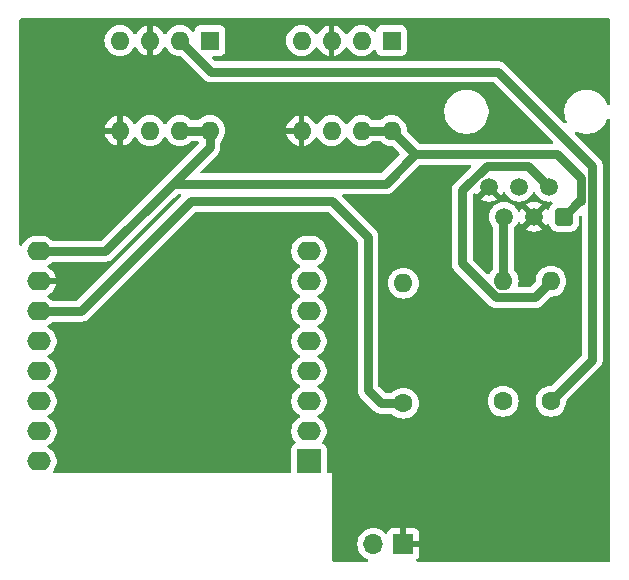
<source format=gbl>
G04 #@! TF.GenerationSoftware,KiCad,Pcbnew,8.0.5*
G04 #@! TF.CreationDate,2025-01-11T16:28:32+01:00*
G04 #@! TF.ProjectId,P1_Extender,50315f45-7874-4656-9e64-65722e6b6963,rev?*
G04 #@! TF.SameCoordinates,Original*
G04 #@! TF.FileFunction,Copper,L2,Bot*
G04 #@! TF.FilePolarity,Positive*
%FSLAX46Y46*%
G04 Gerber Fmt 4.6, Leading zero omitted, Abs format (unit mm)*
G04 Created by KiCad (PCBNEW 8.0.5) date 2025-01-11 16:28:32*
%MOMM*%
%LPD*%
G01*
G04 APERTURE LIST*
G04 Aperture macros list*
%AMRoundRect*
0 Rectangle with rounded corners*
0 $1 Rounding radius*
0 $2 $3 $4 $5 $6 $7 $8 $9 X,Y pos of 4 corners*
0 Add a 4 corners polygon primitive as box body*
4,1,4,$2,$3,$4,$5,$6,$7,$8,$9,$2,$3,0*
0 Add four circle primitives for the rounded corners*
1,1,$1+$1,$2,$3*
1,1,$1+$1,$4,$5*
1,1,$1+$1,$6,$7*
1,1,$1+$1,$8,$9*
0 Add four rect primitives between the rounded corners*
20,1,$1+$1,$2,$3,$4,$5,0*
20,1,$1+$1,$4,$5,$6,$7,0*
20,1,$1+$1,$6,$7,$8,$9,0*
20,1,$1+$1,$8,$9,$2,$3,0*%
G04 Aperture macros list end*
G04 #@! TA.AperFunction,ComponentPad*
%ADD10C,1.600000*%
G04 #@! TD*
G04 #@! TA.AperFunction,ComponentPad*
%ADD11O,1.600000X1.600000*%
G04 #@! TD*
G04 #@! TA.AperFunction,ComponentPad*
%ADD12R,1.600000X1.600000*%
G04 #@! TD*
G04 #@! TA.AperFunction,ComponentPad*
%ADD13R,2.000000X2.000000*%
G04 #@! TD*
G04 #@! TA.AperFunction,ComponentPad*
%ADD14O,2.000000X1.600000*%
G04 #@! TD*
G04 #@! TA.AperFunction,ComponentPad*
%ADD15RoundRect,0.250000X0.510000X0.510000X-0.510000X0.510000X-0.510000X-0.510000X0.510000X-0.510000X0*%
G04 #@! TD*
G04 #@! TA.AperFunction,ComponentPad*
%ADD16C,1.520000*%
G04 #@! TD*
G04 #@! TA.AperFunction,ComponentPad*
%ADD17R,1.700000X1.700000*%
G04 #@! TD*
G04 #@! TA.AperFunction,ComponentPad*
%ADD18O,1.700000X1.700000*%
G04 #@! TD*
G04 #@! TA.AperFunction,Conductor*
%ADD19C,0.762000*%
G04 #@! TD*
G04 APERTURE END LIST*
D10*
X147000000Y-105080000D03*
D11*
X147000000Y-94920000D03*
D10*
X159500000Y-104910000D03*
D11*
X159500000Y-94750000D03*
D12*
X146000000Y-74380000D03*
D11*
X143460000Y-74380000D03*
X140920000Y-74380000D03*
X138380000Y-74380000D03*
X138380000Y-82000000D03*
X140920000Y-82000000D03*
X143460000Y-82000000D03*
X146000000Y-82000000D03*
D10*
X155450000Y-104910000D03*
D11*
X155450000Y-94750000D03*
D13*
X139000000Y-110000000D03*
D14*
X139000000Y-107460000D03*
X139000000Y-104920000D03*
X139000000Y-102380000D03*
X139000000Y-99840000D03*
X139000000Y-97300000D03*
X139000000Y-94760000D03*
X139000000Y-92220000D03*
X116140000Y-92220000D03*
X116140000Y-94760000D03*
X116140000Y-97300000D03*
X116140000Y-99840000D03*
X116140000Y-102380000D03*
X116140000Y-104920000D03*
X116140000Y-107460000D03*
X116140000Y-110000000D03*
D12*
X130620000Y-74380000D03*
D11*
X128080000Y-74380000D03*
X125540000Y-74380000D03*
X123000000Y-74380000D03*
X123000000Y-82000000D03*
X125540000Y-82000000D03*
X128080000Y-82000000D03*
X130620000Y-82000000D03*
D15*
X160600000Y-89290000D03*
D16*
X159330000Y-86750000D03*
X158060000Y-89290000D03*
X156790000Y-86750000D03*
X155520000Y-89290000D03*
X154250000Y-86750000D03*
D17*
X147000000Y-117000000D03*
D18*
X144460000Y-117000000D03*
D19*
X152000000Y-93253029D02*
X152000000Y-87065539D01*
X159500000Y-94750000D02*
X158119000Y-96131000D01*
X154065539Y-85000000D02*
X157580000Y-85000000D01*
X154877971Y-96131000D02*
X152000000Y-93253029D01*
X158119000Y-96131000D02*
X154877971Y-96131000D01*
X152000000Y-87065539D02*
X154065539Y-85000000D01*
X157580000Y-85000000D02*
X159330000Y-86750000D01*
X155450000Y-94750000D02*
X155450000Y-89360000D01*
X155450000Y-89360000D02*
X155520000Y-89290000D01*
X143460000Y-82000000D02*
X146000000Y-82000000D01*
X130620000Y-83380000D02*
X130620000Y-82000000D01*
X146000000Y-82000000D02*
X148000000Y-84000000D01*
X116140000Y-92220000D02*
X121780000Y-92220000D01*
X130620000Y-82000000D02*
X128080000Y-82000000D01*
X145500000Y-86500000D02*
X148000000Y-84000000D01*
X162000000Y-86000000D02*
X162000000Y-88000000D01*
X148000000Y-84000000D02*
X160000000Y-84000000D01*
X121780000Y-92220000D02*
X127000000Y-87000000D01*
X162000000Y-88000000D02*
X161890000Y-88000000D01*
X127500000Y-86500000D02*
X145500000Y-86500000D01*
X127000000Y-87000000D02*
X127500000Y-86500000D01*
X161890000Y-88000000D02*
X160600000Y-89290000D01*
X127000000Y-87000000D02*
X130620000Y-83380000D01*
X160000000Y-84000000D02*
X162000000Y-86000000D01*
X119700000Y-97300000D02*
X129000000Y-88000000D01*
X129000000Y-88000000D02*
X141000000Y-88000000D01*
X145080000Y-105080000D02*
X147000000Y-105080000D01*
X144000000Y-104000000D02*
X145080000Y-105080000D01*
X116140000Y-97300000D02*
X119700000Y-97300000D01*
X141000000Y-88000000D02*
X144000000Y-91000000D01*
X144000000Y-91000000D02*
X144000000Y-104000000D01*
X163000000Y-85000000D02*
X163000000Y-101410000D01*
X155000000Y-77000000D02*
X163000000Y-85000000D01*
X130700000Y-77000000D02*
X155000000Y-77000000D01*
X128080000Y-74380000D02*
X130700000Y-77000000D01*
X163000000Y-101410000D02*
X159500000Y-104910000D01*
G04 #@! TA.AperFunction,Conductor*
G36*
X164438773Y-80990446D02*
G01*
X164486384Y-81041583D01*
X164499500Y-81097088D01*
X164499500Y-118375500D01*
X164479815Y-118442539D01*
X164427011Y-118488294D01*
X164375500Y-118499500D01*
X148189269Y-118499500D01*
X148122230Y-118479815D01*
X148076475Y-118427011D01*
X148066531Y-118357853D01*
X148095556Y-118294297D01*
X148114958Y-118276234D01*
X148207187Y-118207190D01*
X148207190Y-118207187D01*
X148293350Y-118092093D01*
X148293354Y-118092086D01*
X148343596Y-117957379D01*
X148343598Y-117957372D01*
X148349999Y-117897844D01*
X148350000Y-117897827D01*
X148350000Y-117250000D01*
X147433012Y-117250000D01*
X147465925Y-117192993D01*
X147500000Y-117065826D01*
X147500000Y-116934174D01*
X147465925Y-116807007D01*
X147433012Y-116750000D01*
X148350000Y-116750000D01*
X148350000Y-116102172D01*
X148349999Y-116102155D01*
X148343598Y-116042627D01*
X148343596Y-116042620D01*
X148293354Y-115907913D01*
X148293350Y-115907906D01*
X148207190Y-115792812D01*
X148207187Y-115792809D01*
X148092093Y-115706649D01*
X148092086Y-115706645D01*
X147957379Y-115656403D01*
X147957372Y-115656401D01*
X147897844Y-115650000D01*
X147250000Y-115650000D01*
X147250000Y-116566988D01*
X147192993Y-116534075D01*
X147065826Y-116500000D01*
X146934174Y-116500000D01*
X146807007Y-116534075D01*
X146750000Y-116566988D01*
X146750000Y-115650000D01*
X146102155Y-115650000D01*
X146042627Y-115656401D01*
X146042620Y-115656403D01*
X145907913Y-115706645D01*
X145907906Y-115706649D01*
X145792812Y-115792809D01*
X145792809Y-115792812D01*
X145706649Y-115907906D01*
X145706645Y-115907913D01*
X145657578Y-116039470D01*
X145615707Y-116095404D01*
X145550242Y-116119821D01*
X145481969Y-116104969D01*
X145453715Y-116083819D01*
X145409366Y-116039470D01*
X145331401Y-115961505D01*
X145331397Y-115961502D01*
X145331396Y-115961501D01*
X145137834Y-115825967D01*
X145137830Y-115825965D01*
X145066727Y-115792809D01*
X144923663Y-115726097D01*
X144923659Y-115726096D01*
X144923655Y-115726094D01*
X144695413Y-115664938D01*
X144695403Y-115664936D01*
X144460001Y-115644341D01*
X144459999Y-115644341D01*
X144224596Y-115664936D01*
X144224586Y-115664938D01*
X143996344Y-115726094D01*
X143996335Y-115726098D01*
X143782171Y-115825964D01*
X143782169Y-115825965D01*
X143588597Y-115961505D01*
X143421505Y-116128597D01*
X143285965Y-116322169D01*
X143285964Y-116322171D01*
X143186098Y-116536335D01*
X143186094Y-116536344D01*
X143124938Y-116764586D01*
X143124936Y-116764596D01*
X143104341Y-116999999D01*
X143104341Y-117000000D01*
X143124936Y-117235403D01*
X143124938Y-117235413D01*
X143186094Y-117463655D01*
X143186096Y-117463659D01*
X143186097Y-117463663D01*
X143285965Y-117677830D01*
X143285967Y-117677834D01*
X143394281Y-117832521D01*
X143421505Y-117871401D01*
X143588599Y-118038495D01*
X143665135Y-118092086D01*
X143782165Y-118174032D01*
X143782167Y-118174033D01*
X143782170Y-118174035D01*
X143973209Y-118263118D01*
X144025648Y-118309290D01*
X144044800Y-118376484D01*
X144024584Y-118443365D01*
X143971419Y-118488700D01*
X143920804Y-118499500D01*
X141124000Y-118499500D01*
X141056961Y-118479815D01*
X141011206Y-118427011D01*
X141000000Y-118375500D01*
X141000000Y-111000000D01*
X140624500Y-111000000D01*
X140557461Y-110980315D01*
X140511706Y-110927511D01*
X140500500Y-110876000D01*
X140500499Y-108952129D01*
X140500498Y-108952123D01*
X140500497Y-108952116D01*
X140494091Y-108892517D01*
X140492299Y-108887713D01*
X140443797Y-108757671D01*
X140443793Y-108757664D01*
X140357547Y-108642455D01*
X140357544Y-108642452D01*
X140242335Y-108556206D01*
X140242330Y-108556203D01*
X140205083Y-108542311D01*
X140149150Y-108500439D01*
X140124733Y-108434975D01*
X140139585Y-108366702D01*
X140160731Y-108338453D01*
X140191966Y-108307219D01*
X140312287Y-108141610D01*
X140405220Y-107959219D01*
X140468477Y-107764534D01*
X140500500Y-107562352D01*
X140500500Y-107357648D01*
X140468477Y-107155466D01*
X140405220Y-106960781D01*
X140405218Y-106960778D01*
X140405218Y-106960776D01*
X140371503Y-106894607D01*
X140312287Y-106778390D01*
X140304556Y-106767749D01*
X140191971Y-106612786D01*
X140047213Y-106468028D01*
X139881614Y-106347715D01*
X139875006Y-106344348D01*
X139788917Y-106300483D01*
X139738123Y-106252511D01*
X139721328Y-106184690D01*
X139743865Y-106118555D01*
X139788917Y-106079516D01*
X139881610Y-106032287D01*
X139929052Y-105997819D01*
X140047213Y-105911971D01*
X140047215Y-105911968D01*
X140047219Y-105911966D01*
X140191966Y-105767219D01*
X140191968Y-105767215D01*
X140191971Y-105767213D01*
X140282998Y-105641923D01*
X140312287Y-105601610D01*
X140405220Y-105419219D01*
X140468477Y-105224534D01*
X140500500Y-105022352D01*
X140500500Y-104817648D01*
X140468477Y-104615466D01*
X140405220Y-104420781D01*
X140405218Y-104420778D01*
X140405218Y-104420776D01*
X140321905Y-104257267D01*
X140312287Y-104238390D01*
X140304556Y-104227749D01*
X140191971Y-104072786D01*
X140047213Y-103928028D01*
X139881614Y-103807715D01*
X139826105Y-103779432D01*
X139788917Y-103760483D01*
X139738123Y-103712511D01*
X139721328Y-103644690D01*
X139743865Y-103578555D01*
X139788917Y-103539516D01*
X139881610Y-103492287D01*
X139902770Y-103476913D01*
X140047213Y-103371971D01*
X140047215Y-103371968D01*
X140047219Y-103371966D01*
X140191966Y-103227219D01*
X140191968Y-103227215D01*
X140191971Y-103227213D01*
X140244732Y-103154590D01*
X140312287Y-103061610D01*
X140405220Y-102879219D01*
X140468477Y-102684534D01*
X140500500Y-102482352D01*
X140500500Y-102277648D01*
X140468477Y-102075466D01*
X140405220Y-101880781D01*
X140405218Y-101880778D01*
X140405218Y-101880776D01*
X140371503Y-101814607D01*
X140312287Y-101698390D01*
X140289567Y-101667118D01*
X140191971Y-101532786D01*
X140047213Y-101388028D01*
X139881614Y-101267715D01*
X139875006Y-101264348D01*
X139788917Y-101220483D01*
X139738123Y-101172511D01*
X139721328Y-101104690D01*
X139743865Y-101038555D01*
X139788917Y-100999516D01*
X139881610Y-100952287D01*
X139902770Y-100936913D01*
X140047213Y-100831971D01*
X140047215Y-100831968D01*
X140047219Y-100831966D01*
X140191966Y-100687219D01*
X140191968Y-100687215D01*
X140191971Y-100687213D01*
X140244732Y-100614590D01*
X140312287Y-100521610D01*
X140405220Y-100339219D01*
X140468477Y-100144534D01*
X140500500Y-99942352D01*
X140500500Y-99737648D01*
X140468477Y-99535466D01*
X140405220Y-99340781D01*
X140405218Y-99340778D01*
X140405218Y-99340776D01*
X140371503Y-99274607D01*
X140312287Y-99158390D01*
X140304556Y-99147749D01*
X140191971Y-98992786D01*
X140047213Y-98848028D01*
X139881614Y-98727715D01*
X139875006Y-98724348D01*
X139788917Y-98680483D01*
X139738123Y-98632511D01*
X139721328Y-98564690D01*
X139743865Y-98498555D01*
X139788917Y-98459516D01*
X139881610Y-98412287D01*
X139902770Y-98396913D01*
X140047213Y-98291971D01*
X140047215Y-98291968D01*
X140047219Y-98291966D01*
X140191966Y-98147219D01*
X140191968Y-98147215D01*
X140191971Y-98147213D01*
X140244732Y-98074590D01*
X140312287Y-97981610D01*
X140405220Y-97799219D01*
X140468477Y-97604534D01*
X140500500Y-97402352D01*
X140500500Y-97197648D01*
X140468477Y-96995466D01*
X140463005Y-96978626D01*
X140427051Y-96867969D01*
X140405220Y-96800781D01*
X140405218Y-96800778D01*
X140405218Y-96800776D01*
X140371503Y-96734607D01*
X140312287Y-96618390D01*
X140304556Y-96607749D01*
X140191971Y-96452786D01*
X140047213Y-96308028D01*
X139881614Y-96187715D01*
X139875006Y-96184348D01*
X139788917Y-96140483D01*
X139738123Y-96092511D01*
X139721328Y-96024690D01*
X139743865Y-95958555D01*
X139788917Y-95919516D01*
X139881610Y-95872287D01*
X139902770Y-95856913D01*
X140047213Y-95751971D01*
X140047215Y-95751968D01*
X140047219Y-95751966D01*
X140191966Y-95607219D01*
X140191968Y-95607215D01*
X140191971Y-95607213D01*
X140244732Y-95534590D01*
X140312287Y-95441610D01*
X140405220Y-95259219D01*
X140468477Y-95064534D01*
X140500500Y-94862352D01*
X140500500Y-94657648D01*
X140478889Y-94521206D01*
X140468477Y-94455465D01*
X140419104Y-94303511D01*
X140405220Y-94260781D01*
X140405218Y-94260778D01*
X140405218Y-94260776D01*
X140346286Y-94145117D01*
X140312287Y-94078390D01*
X140304556Y-94067749D01*
X140191971Y-93912786D01*
X140047213Y-93768028D01*
X139881614Y-93647715D01*
X139826105Y-93619432D01*
X139788917Y-93600483D01*
X139738123Y-93552511D01*
X139721328Y-93484690D01*
X139743865Y-93418555D01*
X139788917Y-93379516D01*
X139881610Y-93332287D01*
X139902770Y-93316913D01*
X140047213Y-93211971D01*
X140047215Y-93211968D01*
X140047219Y-93211966D01*
X140191966Y-93067219D01*
X140191968Y-93067215D01*
X140191971Y-93067213D01*
X140295861Y-92924218D01*
X140312287Y-92901610D01*
X140405220Y-92719219D01*
X140468477Y-92524534D01*
X140500500Y-92322352D01*
X140500500Y-92117648D01*
X140468477Y-91915466D01*
X140405220Y-91720781D01*
X140405218Y-91720778D01*
X140405218Y-91720776D01*
X140371503Y-91654607D01*
X140312287Y-91538390D01*
X140304556Y-91527749D01*
X140191971Y-91372786D01*
X140047213Y-91228028D01*
X139881613Y-91107715D01*
X139881612Y-91107714D01*
X139881610Y-91107713D01*
X139824653Y-91078691D01*
X139699223Y-91014781D01*
X139504534Y-90951522D01*
X139329995Y-90923878D01*
X139302352Y-90919500D01*
X138697648Y-90919500D01*
X138673329Y-90923351D01*
X138495465Y-90951522D01*
X138300776Y-91014781D01*
X138118386Y-91107715D01*
X137952786Y-91228028D01*
X137808028Y-91372786D01*
X137687715Y-91538386D01*
X137594781Y-91720776D01*
X137531522Y-91915465D01*
X137499500Y-92117648D01*
X137499500Y-92322351D01*
X137531522Y-92524534D01*
X137594781Y-92719223D01*
X137687715Y-92901613D01*
X137808028Y-93067213D01*
X137952786Y-93211971D01*
X138107749Y-93324556D01*
X138118390Y-93332287D01*
X138209840Y-93378883D01*
X138211080Y-93379515D01*
X138261876Y-93427490D01*
X138278671Y-93495311D01*
X138256134Y-93561446D01*
X138211080Y-93600485D01*
X138118386Y-93647715D01*
X137952786Y-93768028D01*
X137808028Y-93912786D01*
X137687715Y-94078386D01*
X137594781Y-94260776D01*
X137531522Y-94455465D01*
X137499500Y-94657648D01*
X137499500Y-94862351D01*
X137531522Y-95064534D01*
X137594781Y-95259223D01*
X137687715Y-95441613D01*
X137808028Y-95607213D01*
X137952786Y-95751971D01*
X138107749Y-95864556D01*
X138118390Y-95872287D01*
X138209840Y-95918883D01*
X138211080Y-95919515D01*
X138261876Y-95967490D01*
X138278671Y-96035311D01*
X138256134Y-96101446D01*
X138211080Y-96140485D01*
X138118386Y-96187715D01*
X137952786Y-96308028D01*
X137808028Y-96452786D01*
X137687715Y-96618386D01*
X137594781Y-96800776D01*
X137531522Y-96995465D01*
X137499500Y-97197648D01*
X137499500Y-97402351D01*
X137531522Y-97604534D01*
X137594781Y-97799223D01*
X137687715Y-97981613D01*
X137808028Y-98147213D01*
X137952786Y-98291971D01*
X138107749Y-98404556D01*
X138118390Y-98412287D01*
X138209840Y-98458883D01*
X138211080Y-98459515D01*
X138261876Y-98507490D01*
X138278671Y-98575311D01*
X138256134Y-98641446D01*
X138211080Y-98680485D01*
X138118386Y-98727715D01*
X137952786Y-98848028D01*
X137808028Y-98992786D01*
X137687715Y-99158386D01*
X137594781Y-99340776D01*
X137531522Y-99535465D01*
X137499500Y-99737648D01*
X137499500Y-99942351D01*
X137531522Y-100144534D01*
X137594781Y-100339223D01*
X137687715Y-100521613D01*
X137808028Y-100687213D01*
X137952786Y-100831971D01*
X138107749Y-100944556D01*
X138118390Y-100952287D01*
X138199289Y-100993507D01*
X138211080Y-100999515D01*
X138261876Y-101047490D01*
X138278671Y-101115311D01*
X138256134Y-101181446D01*
X138211080Y-101220485D01*
X138118386Y-101267715D01*
X137952786Y-101388028D01*
X137808028Y-101532786D01*
X137687715Y-101698386D01*
X137594781Y-101880776D01*
X137531522Y-102075465D01*
X137499500Y-102277648D01*
X137499500Y-102482351D01*
X137531522Y-102684534D01*
X137594781Y-102879223D01*
X137687715Y-103061613D01*
X137808028Y-103227213D01*
X137952786Y-103371971D01*
X138107749Y-103484556D01*
X138118390Y-103492287D01*
X138209840Y-103538883D01*
X138211080Y-103539515D01*
X138261876Y-103587490D01*
X138278671Y-103655311D01*
X138256134Y-103721446D01*
X138211080Y-103760485D01*
X138118386Y-103807715D01*
X137952786Y-103928028D01*
X137808028Y-104072786D01*
X137687715Y-104238386D01*
X137594781Y-104420776D01*
X137531522Y-104615465D01*
X137499500Y-104817648D01*
X137499500Y-105022351D01*
X137531522Y-105224534D01*
X137594781Y-105419223D01*
X137687715Y-105601613D01*
X137808028Y-105767213D01*
X137952786Y-105911971D01*
X138070948Y-105997819D01*
X138118390Y-106032287D01*
X138209840Y-106078883D01*
X138211080Y-106079515D01*
X138261876Y-106127490D01*
X138278671Y-106195311D01*
X138256134Y-106261446D01*
X138211080Y-106300485D01*
X138118386Y-106347715D01*
X137952786Y-106468028D01*
X137808028Y-106612786D01*
X137687715Y-106778386D01*
X137594781Y-106960776D01*
X137531522Y-107155465D01*
X137499500Y-107357648D01*
X137499500Y-107562351D01*
X137531522Y-107764534D01*
X137594781Y-107959223D01*
X137687715Y-108141613D01*
X137808028Y-108307213D01*
X137839263Y-108338448D01*
X137872748Y-108399771D01*
X137867764Y-108469463D01*
X137825892Y-108525396D01*
X137794917Y-108542310D01*
X137757673Y-108556201D01*
X137757664Y-108556206D01*
X137642455Y-108642452D01*
X137642452Y-108642455D01*
X137556206Y-108757664D01*
X137556202Y-108757671D01*
X137505908Y-108892517D01*
X137499501Y-108952116D01*
X137499501Y-108952123D01*
X137499500Y-108952135D01*
X137499501Y-110876000D01*
X137479816Y-110943039D01*
X137427013Y-110988794D01*
X137375501Y-111000000D01*
X117464328Y-111000000D01*
X117397289Y-110980315D01*
X117351534Y-110927511D01*
X117341590Y-110858353D01*
X117364010Y-110803115D01*
X117408397Y-110742019D01*
X117452287Y-110681610D01*
X117545220Y-110499219D01*
X117608477Y-110304534D01*
X117640500Y-110102352D01*
X117640500Y-109897648D01*
X117608477Y-109695466D01*
X117545220Y-109500781D01*
X117545218Y-109500778D01*
X117545218Y-109500776D01*
X117511503Y-109434607D01*
X117452287Y-109318390D01*
X117444556Y-109307749D01*
X117331971Y-109152786D01*
X117187213Y-109008028D01*
X117021614Y-108887715D01*
X117015006Y-108884348D01*
X116928917Y-108840483D01*
X116878123Y-108792511D01*
X116861328Y-108724690D01*
X116883865Y-108658555D01*
X116928917Y-108619516D01*
X117021610Y-108572287D01*
X117062870Y-108542310D01*
X117187213Y-108451971D01*
X117187215Y-108451968D01*
X117187219Y-108451966D01*
X117331966Y-108307219D01*
X117331968Y-108307215D01*
X117331971Y-108307213D01*
X117384732Y-108234590D01*
X117452287Y-108141610D01*
X117545220Y-107959219D01*
X117608477Y-107764534D01*
X117640500Y-107562352D01*
X117640500Y-107357648D01*
X117608477Y-107155466D01*
X117545220Y-106960781D01*
X117545218Y-106960778D01*
X117545218Y-106960776D01*
X117511503Y-106894607D01*
X117452287Y-106778390D01*
X117444556Y-106767749D01*
X117331971Y-106612786D01*
X117187213Y-106468028D01*
X117021614Y-106347715D01*
X117015006Y-106344348D01*
X116928917Y-106300483D01*
X116878123Y-106252511D01*
X116861328Y-106184690D01*
X116883865Y-106118555D01*
X116928917Y-106079516D01*
X117021610Y-106032287D01*
X117069052Y-105997819D01*
X117187213Y-105911971D01*
X117187215Y-105911968D01*
X117187219Y-105911966D01*
X117331966Y-105767219D01*
X117331968Y-105767215D01*
X117331971Y-105767213D01*
X117422998Y-105641923D01*
X117452287Y-105601610D01*
X117545220Y-105419219D01*
X117608477Y-105224534D01*
X117640500Y-105022352D01*
X117640500Y-104817648D01*
X117608477Y-104615466D01*
X117545220Y-104420781D01*
X117545218Y-104420778D01*
X117545218Y-104420776D01*
X117461905Y-104257267D01*
X117452287Y-104238390D01*
X117444556Y-104227749D01*
X117331971Y-104072786D01*
X117187213Y-103928028D01*
X117021614Y-103807715D01*
X116966105Y-103779432D01*
X116928917Y-103760483D01*
X116878123Y-103712511D01*
X116861328Y-103644690D01*
X116883865Y-103578555D01*
X116928917Y-103539516D01*
X117021610Y-103492287D01*
X117042770Y-103476913D01*
X117187213Y-103371971D01*
X117187215Y-103371968D01*
X117187219Y-103371966D01*
X117331966Y-103227219D01*
X117331968Y-103227215D01*
X117331971Y-103227213D01*
X117384732Y-103154590D01*
X117452287Y-103061610D01*
X117545220Y-102879219D01*
X117608477Y-102684534D01*
X117640500Y-102482352D01*
X117640500Y-102277648D01*
X117608477Y-102075466D01*
X117545220Y-101880781D01*
X117545218Y-101880778D01*
X117545218Y-101880776D01*
X117511503Y-101814607D01*
X117452287Y-101698390D01*
X117429567Y-101667118D01*
X117331971Y-101532786D01*
X117187213Y-101388028D01*
X117021614Y-101267715D01*
X117015006Y-101264348D01*
X116928917Y-101220483D01*
X116878123Y-101172511D01*
X116861328Y-101104690D01*
X116883865Y-101038555D01*
X116928917Y-100999516D01*
X117021610Y-100952287D01*
X117042770Y-100936913D01*
X117187213Y-100831971D01*
X117187215Y-100831968D01*
X117187219Y-100831966D01*
X117331966Y-100687219D01*
X117331968Y-100687215D01*
X117331971Y-100687213D01*
X117384732Y-100614590D01*
X117452287Y-100521610D01*
X117545220Y-100339219D01*
X117608477Y-100144534D01*
X117640500Y-99942352D01*
X117640500Y-99737648D01*
X117608477Y-99535466D01*
X117545220Y-99340781D01*
X117545218Y-99340778D01*
X117545218Y-99340776D01*
X117511503Y-99274607D01*
X117452287Y-99158390D01*
X117444556Y-99147749D01*
X117331971Y-98992786D01*
X117187213Y-98848028D01*
X117021614Y-98727715D01*
X117015006Y-98724348D01*
X116928917Y-98680483D01*
X116878123Y-98632511D01*
X116861328Y-98564690D01*
X116883865Y-98498555D01*
X116928917Y-98459516D01*
X117021610Y-98412287D01*
X117042770Y-98396913D01*
X117187213Y-98291971D01*
X117187215Y-98291968D01*
X117187219Y-98291966D01*
X117261366Y-98217819D01*
X117322689Y-98184334D01*
X117349047Y-98181500D01*
X119786823Y-98181500D01*
X119901393Y-98158709D01*
X119957124Y-98147624D01*
X120037335Y-98114399D01*
X120117543Y-98081177D01*
X120117544Y-98081176D01*
X120117547Y-98081175D01*
X120261924Y-97984706D01*
X129328811Y-88917819D01*
X129390134Y-88884334D01*
X129416492Y-88881500D01*
X140583508Y-88881500D01*
X140650547Y-88901185D01*
X140671189Y-88917819D01*
X143082181Y-91328810D01*
X143115666Y-91390133D01*
X143118500Y-91416491D01*
X143118500Y-103913179D01*
X143118500Y-104086821D01*
X143118500Y-104086823D01*
X143118499Y-104086823D01*
X143152374Y-104257118D01*
X143152377Y-104257128D01*
X143218822Y-104417543D01*
X143315295Y-104561926D01*
X143315296Y-104561927D01*
X144395294Y-105641923D01*
X144486103Y-105732732D01*
X144518078Y-105764707D01*
X144662448Y-105861172D01*
X144662449Y-105861172D01*
X144662453Y-105861175D01*
X144703104Y-105878013D01*
X144822876Y-105927625D01*
X144993175Y-105961499D01*
X144993179Y-105961500D01*
X144993180Y-105961500D01*
X145166821Y-105961500D01*
X145990952Y-105961500D01*
X146057991Y-105981185D01*
X146078628Y-105997814D01*
X146121381Y-106040567D01*
X146160862Y-106080048D01*
X146225375Y-106125220D01*
X146347266Y-106210568D01*
X146553504Y-106306739D01*
X146773308Y-106365635D01*
X146935230Y-106379801D01*
X146999998Y-106385468D01*
X147000000Y-106385468D01*
X147000002Y-106385468D01*
X147056673Y-106380509D01*
X147226692Y-106365635D01*
X147446496Y-106306739D01*
X147652734Y-106210568D01*
X147839139Y-106080047D01*
X148000047Y-105919139D01*
X148130568Y-105732734D01*
X148226739Y-105526496D01*
X148285635Y-105306692D01*
X148305468Y-105080000D01*
X148290595Y-104909998D01*
X154144532Y-104909998D01*
X154144532Y-104910001D01*
X154164364Y-105136686D01*
X154164366Y-105136697D01*
X154223258Y-105356488D01*
X154223261Y-105356497D01*
X154319431Y-105562732D01*
X154319432Y-105562734D01*
X154449954Y-105749141D01*
X154610858Y-105910045D01*
X154610861Y-105910047D01*
X154797266Y-106040568D01*
X155003504Y-106136739D01*
X155223308Y-106195635D01*
X155385230Y-106209801D01*
X155449998Y-106215468D01*
X155450000Y-106215468D01*
X155450002Y-106215468D01*
X155506673Y-106210509D01*
X155676692Y-106195635D01*
X155896496Y-106136739D01*
X156102734Y-106040568D01*
X156289139Y-105910047D01*
X156450047Y-105749139D01*
X156580568Y-105562734D01*
X156676739Y-105356496D01*
X156735635Y-105136692D01*
X156755468Y-104910000D01*
X156735635Y-104683308D01*
X156676739Y-104463504D01*
X156580568Y-104257266D01*
X156450047Y-104070861D01*
X156450045Y-104070858D01*
X156289141Y-103909954D01*
X156102734Y-103779432D01*
X156102732Y-103779431D01*
X155896497Y-103683261D01*
X155896488Y-103683258D01*
X155676697Y-103624366D01*
X155676693Y-103624365D01*
X155676692Y-103624365D01*
X155676691Y-103624364D01*
X155676686Y-103624364D01*
X155450002Y-103604532D01*
X155449998Y-103604532D01*
X155223313Y-103624364D01*
X155223302Y-103624366D01*
X155003511Y-103683258D01*
X155003502Y-103683261D01*
X154797267Y-103779431D01*
X154797265Y-103779432D01*
X154610858Y-103909954D01*
X154449954Y-104070858D01*
X154319432Y-104257265D01*
X154319431Y-104257267D01*
X154223261Y-104463502D01*
X154223258Y-104463511D01*
X154164366Y-104683302D01*
X154164364Y-104683313D01*
X154144532Y-104909998D01*
X148290595Y-104909998D01*
X148285635Y-104853308D01*
X148226739Y-104633504D01*
X148130568Y-104427266D01*
X148000047Y-104240861D01*
X148000045Y-104240858D01*
X147839141Y-104079954D01*
X147652734Y-103949432D01*
X147652732Y-103949431D01*
X147446497Y-103853261D01*
X147446488Y-103853258D01*
X147226697Y-103794366D01*
X147226693Y-103794365D01*
X147226692Y-103794365D01*
X147226691Y-103794364D01*
X147226686Y-103794364D01*
X147000002Y-103774532D01*
X146999998Y-103774532D01*
X146773313Y-103794364D01*
X146773302Y-103794366D01*
X146553511Y-103853258D01*
X146553502Y-103853261D01*
X146347267Y-103949431D01*
X146347265Y-103949432D01*
X146160862Y-104079951D01*
X146119748Y-104121066D01*
X146078631Y-104162182D01*
X146017311Y-104195666D01*
X145990952Y-104198500D01*
X145496491Y-104198500D01*
X145429452Y-104178815D01*
X145408810Y-104162181D01*
X144917819Y-103671189D01*
X144884334Y-103609866D01*
X144881500Y-103583508D01*
X144881500Y-94919998D01*
X145694532Y-94919998D01*
X145694532Y-94920001D01*
X145714364Y-95146686D01*
X145714366Y-95146697D01*
X145773258Y-95366488D01*
X145773261Y-95366497D01*
X145869431Y-95572732D01*
X145869432Y-95572734D01*
X145999954Y-95759141D01*
X146160858Y-95920045D01*
X146160861Y-95920047D01*
X146347266Y-96050568D01*
X146553504Y-96146739D01*
X146773308Y-96205635D01*
X146935230Y-96219801D01*
X146999998Y-96225468D01*
X147000000Y-96225468D01*
X147000002Y-96225468D01*
X147056673Y-96220509D01*
X147226692Y-96205635D01*
X147446496Y-96146739D01*
X147652734Y-96050568D01*
X147839139Y-95920047D01*
X148000047Y-95759139D01*
X148130568Y-95572734D01*
X148226739Y-95366496D01*
X148285635Y-95146692D01*
X148305468Y-94920000D01*
X148285635Y-94693308D01*
X148226739Y-94473504D01*
X148130568Y-94267266D01*
X148000047Y-94080861D01*
X148000045Y-94080858D01*
X147839141Y-93919954D01*
X147652734Y-93789432D01*
X147652732Y-93789431D01*
X147446497Y-93693261D01*
X147446488Y-93693258D01*
X147226697Y-93634366D01*
X147226693Y-93634365D01*
X147226692Y-93634365D01*
X147226691Y-93634364D01*
X147226686Y-93634364D01*
X147000002Y-93614532D01*
X146999998Y-93614532D01*
X146773313Y-93634364D01*
X146773302Y-93634366D01*
X146553511Y-93693258D01*
X146553502Y-93693261D01*
X146347267Y-93789431D01*
X146347265Y-93789432D01*
X146160858Y-93919954D01*
X145999954Y-94080858D01*
X145869432Y-94267265D01*
X145869431Y-94267267D01*
X145773261Y-94473502D01*
X145773258Y-94473511D01*
X145714366Y-94693302D01*
X145714364Y-94693313D01*
X145694532Y-94919998D01*
X144881500Y-94919998D01*
X144881500Y-90913179D01*
X144881499Y-90913175D01*
X144847626Y-90742883D01*
X144847625Y-90742876D01*
X144783499Y-90588065D01*
X144781856Y-90583473D01*
X144781175Y-90582453D01*
X144684706Y-90438077D01*
X144561923Y-90315294D01*
X143232553Y-88985924D01*
X141839811Y-87593181D01*
X141806326Y-87531858D01*
X141811310Y-87462166D01*
X141853182Y-87406233D01*
X141918646Y-87381816D01*
X141927492Y-87381500D01*
X145586823Y-87381500D01*
X145724532Y-87354107D01*
X145757124Y-87347624D01*
X145837335Y-87314399D01*
X145917543Y-87281177D01*
X145917544Y-87281176D01*
X145917547Y-87281175D01*
X146061924Y-87184706D01*
X148328811Y-84917819D01*
X148390134Y-84884334D01*
X148416492Y-84881500D01*
X152638048Y-84881500D01*
X152705087Y-84901185D01*
X152750842Y-84953989D01*
X152760786Y-85023147D01*
X152731761Y-85086703D01*
X152725729Y-85093181D01*
X151315298Y-86503609D01*
X151315292Y-86503616D01*
X151259699Y-86586819D01*
X151259699Y-86586820D01*
X151248671Y-86603325D01*
X151218825Y-86647991D01*
X151218821Y-86647998D01*
X151152377Y-86808410D01*
X151152374Y-86808420D01*
X151118500Y-86978716D01*
X151118500Y-86978719D01*
X151118500Y-93166208D01*
X151118500Y-93339850D01*
X151118500Y-93339852D01*
X151118499Y-93339852D01*
X151152374Y-93510147D01*
X151152377Y-93510157D01*
X151218822Y-93670572D01*
X151315295Y-93814955D01*
X151315296Y-93814956D01*
X154193265Y-96692923D01*
X154291058Y-96790716D01*
X154316049Y-96815707D01*
X154394265Y-96867969D01*
X154460424Y-96912175D01*
X154507409Y-96931636D01*
X154507410Y-96931637D01*
X154554398Y-96951100D01*
X154620847Y-96978625D01*
X154791146Y-97012499D01*
X154791150Y-97012500D01*
X154791151Y-97012500D01*
X158205823Y-97012500D01*
X158320393Y-96989709D01*
X158376124Y-96978624D01*
X158456335Y-96945399D01*
X158536543Y-96912177D01*
X158536544Y-96912176D01*
X158536547Y-96912175D01*
X158680924Y-96815706D01*
X159405008Y-96091620D01*
X159466331Y-96058136D01*
X159494585Y-96056341D01*
X159494585Y-96055468D01*
X159500002Y-96055468D01*
X159556673Y-96050509D01*
X159726692Y-96035635D01*
X159946496Y-95976739D01*
X160152734Y-95880568D01*
X160339139Y-95750047D01*
X160500047Y-95589139D01*
X160630568Y-95402734D01*
X160726739Y-95196496D01*
X160785635Y-94976692D01*
X160805468Y-94750000D01*
X160785635Y-94523308D01*
X160726739Y-94303504D01*
X160630568Y-94097266D01*
X160500047Y-93910861D01*
X160500045Y-93910858D01*
X160339141Y-93749954D01*
X160152734Y-93619432D01*
X160152732Y-93619431D01*
X159946497Y-93523261D01*
X159946488Y-93523258D01*
X159726697Y-93464366D01*
X159726693Y-93464365D01*
X159726692Y-93464365D01*
X159726691Y-93464364D01*
X159726686Y-93464364D01*
X159500002Y-93444532D01*
X159499998Y-93444532D01*
X159273313Y-93464364D01*
X159273302Y-93464366D01*
X159053511Y-93523258D01*
X159053502Y-93523261D01*
X158847267Y-93619431D01*
X158847265Y-93619432D01*
X158660858Y-93749954D01*
X158499954Y-93910858D01*
X158369432Y-94097265D01*
X158369431Y-94097267D01*
X158273261Y-94303502D01*
X158273258Y-94303511D01*
X158214366Y-94523302D01*
X158214364Y-94523313D01*
X158194532Y-94749998D01*
X158194532Y-94755413D01*
X158192446Y-94755413D01*
X158180432Y-94815052D01*
X158158378Y-94844990D01*
X157790189Y-95213181D01*
X157728866Y-95246666D01*
X157702508Y-95249500D01*
X156824137Y-95249500D01*
X156757098Y-95229815D01*
X156711343Y-95177011D01*
X156701399Y-95107853D01*
X156704362Y-95093407D01*
X156726710Y-95010000D01*
X156735635Y-94976692D01*
X156755468Y-94750000D01*
X156735635Y-94523308D01*
X156676739Y-94303504D01*
X156580568Y-94097266D01*
X156450047Y-93910861D01*
X156450045Y-93910858D01*
X156367819Y-93828632D01*
X156334334Y-93767309D01*
X156331500Y-93740951D01*
X156331500Y-90312480D01*
X156351185Y-90245441D01*
X156367819Y-90224799D01*
X156489287Y-90103330D01*
X156489288Y-90103329D01*
X156615795Y-89922658D01*
X156677895Y-89789481D01*
X156724064Y-89737047D01*
X156791258Y-89717894D01*
X156858139Y-89738109D01*
X156902657Y-89789485D01*
X156964638Y-89922402D01*
X157009694Y-89986750D01*
X157680000Y-89316445D01*
X157680000Y-89340028D01*
X157705896Y-89436675D01*
X157755924Y-89523325D01*
X157826675Y-89594076D01*
X157913325Y-89644104D01*
X158009972Y-89670000D01*
X158033553Y-89670000D01*
X157363247Y-90340304D01*
X157427593Y-90385359D01*
X157627406Y-90478533D01*
X157627412Y-90478536D01*
X157840365Y-90535597D01*
X157840373Y-90535598D01*
X158059998Y-90554813D01*
X158060002Y-90554813D01*
X158279626Y-90535598D01*
X158279634Y-90535597D01*
X158492587Y-90478536D01*
X158492598Y-90478532D01*
X158692402Y-90385362D01*
X158692410Y-90385358D01*
X158756751Y-90340305D01*
X158756751Y-90340304D01*
X158086448Y-89670000D01*
X158110028Y-89670000D01*
X158206675Y-89644104D01*
X158293325Y-89594076D01*
X158364076Y-89523325D01*
X158414104Y-89436675D01*
X158440000Y-89340028D01*
X158440000Y-89316446D01*
X159110304Y-89986750D01*
X159139023Y-89945737D01*
X159193600Y-89902112D01*
X159263098Y-89894918D01*
X159325453Y-89926441D01*
X159358304Y-89977855D01*
X159405186Y-90119334D01*
X159497288Y-90268656D01*
X159621344Y-90392712D01*
X159770666Y-90484814D01*
X159937203Y-90539999D01*
X160039991Y-90550500D01*
X161160008Y-90550499D01*
X161262797Y-90539999D01*
X161429334Y-90484814D01*
X161578656Y-90392712D01*
X161702712Y-90268656D01*
X161794814Y-90119334D01*
X161849999Y-89952797D01*
X161860500Y-89850009D01*
X161860499Y-89327490D01*
X161880183Y-89260452D01*
X161896813Y-89239815D01*
X161906825Y-89229803D01*
X161968148Y-89196323D01*
X162037839Y-89201311D01*
X162093771Y-89243186D01*
X162118185Y-89308651D01*
X162118500Y-89317491D01*
X162118500Y-100993507D01*
X162098815Y-101060546D01*
X162082181Y-101081188D01*
X159594990Y-103568378D01*
X159533667Y-103601863D01*
X159505413Y-103603665D01*
X159505413Y-103604532D01*
X159499998Y-103604532D01*
X159273313Y-103624364D01*
X159273302Y-103624366D01*
X159053511Y-103683258D01*
X159053502Y-103683261D01*
X158847267Y-103779431D01*
X158847265Y-103779432D01*
X158660858Y-103909954D01*
X158499954Y-104070858D01*
X158369432Y-104257265D01*
X158369431Y-104257267D01*
X158273261Y-104463502D01*
X158273258Y-104463511D01*
X158214366Y-104683302D01*
X158214364Y-104683313D01*
X158194532Y-104909998D01*
X158194532Y-104910001D01*
X158214364Y-105136686D01*
X158214366Y-105136697D01*
X158273258Y-105356488D01*
X158273261Y-105356497D01*
X158369431Y-105562732D01*
X158369432Y-105562734D01*
X158499954Y-105749141D01*
X158660858Y-105910045D01*
X158660861Y-105910047D01*
X158847266Y-106040568D01*
X159053504Y-106136739D01*
X159273308Y-106195635D01*
X159435230Y-106209801D01*
X159499998Y-106215468D01*
X159500000Y-106215468D01*
X159500002Y-106215468D01*
X159556673Y-106210509D01*
X159726692Y-106195635D01*
X159946496Y-106136739D01*
X160152734Y-106040568D01*
X160339139Y-105910047D01*
X160500047Y-105749139D01*
X160630568Y-105562734D01*
X160726739Y-105356496D01*
X160785635Y-105136692D01*
X160805468Y-104910000D01*
X160805468Y-104909998D01*
X160805468Y-104904585D01*
X160807565Y-104904585D01*
X160819540Y-104844997D01*
X160841618Y-104815010D01*
X163684705Y-101971924D01*
X163684706Y-101971923D01*
X163781175Y-101827547D01*
X163847624Y-101667124D01*
X163881500Y-101496820D01*
X163881500Y-84913180D01*
X163881500Y-84913177D01*
X163847625Y-84742881D01*
X163847624Y-84742880D01*
X163847624Y-84742876D01*
X163847622Y-84742871D01*
X163781178Y-84582459D01*
X163781171Y-84582446D01*
X163684707Y-84438078D01*
X163684706Y-84438077D01*
X163561923Y-84315294D01*
X162552097Y-83305468D01*
X161535267Y-82288637D01*
X161501782Y-82227314D01*
X161506766Y-82157622D01*
X161548638Y-82101689D01*
X161614102Y-82077272D01*
X161670399Y-82086394D01*
X161816777Y-82147026D01*
X161834564Y-82154394D01*
X161895847Y-82179778D01*
X162133323Y-82243409D01*
X162377073Y-82275500D01*
X162377080Y-82275500D01*
X162622920Y-82275500D01*
X162622927Y-82275500D01*
X162866677Y-82243409D01*
X163104153Y-82179778D01*
X163331292Y-82085694D01*
X163544208Y-81962767D01*
X163739256Y-81813101D01*
X163913101Y-81639256D01*
X164062767Y-81444208D01*
X164185694Y-81231292D01*
X164260939Y-81049635D01*
X164304780Y-80995232D01*
X164371074Y-80973167D01*
X164438773Y-80990446D01*
G37*
G04 #@! TD.AperFunction*
G04 #@! TA.AperFunction,Conductor*
G36*
X128139547Y-87401185D02*
G01*
X128185302Y-87453989D01*
X128195246Y-87523147D01*
X128166221Y-87586703D01*
X128160189Y-87593181D01*
X119371189Y-96382181D01*
X119309866Y-96415666D01*
X119283508Y-96418500D01*
X117349047Y-96418500D01*
X117282008Y-96398815D01*
X117261366Y-96382181D01*
X117187213Y-96308028D01*
X117021611Y-96187713D01*
X116928369Y-96140203D01*
X116877574Y-96092229D01*
X116860779Y-96024407D01*
X116883317Y-95958273D01*
X116928371Y-95919234D01*
X117021347Y-95871861D01*
X117186894Y-95751582D01*
X117186895Y-95751582D01*
X117331582Y-95606895D01*
X117331582Y-95606894D01*
X117451859Y-95441349D01*
X117544755Y-95259029D01*
X117607990Y-95064413D01*
X117616609Y-95010000D01*
X116573012Y-95010000D01*
X116605925Y-94952993D01*
X116640000Y-94825826D01*
X116640000Y-94694174D01*
X116605925Y-94567007D01*
X116573012Y-94510000D01*
X117616609Y-94510000D01*
X117607990Y-94455586D01*
X117544755Y-94260970D01*
X117451859Y-94078650D01*
X117331582Y-93913105D01*
X117331582Y-93913104D01*
X117186895Y-93768417D01*
X117021349Y-93648140D01*
X116928370Y-93600765D01*
X116877574Y-93552790D01*
X116860779Y-93484969D01*
X116883316Y-93418835D01*
X116928370Y-93379795D01*
X116928920Y-93379515D01*
X117021610Y-93332287D01*
X117042770Y-93316913D01*
X117187213Y-93211971D01*
X117187215Y-93211968D01*
X117187219Y-93211966D01*
X117261366Y-93137819D01*
X117322689Y-93104334D01*
X117349047Y-93101500D01*
X121866823Y-93101500D01*
X121981393Y-93078709D01*
X122037124Y-93067624D01*
X122117335Y-93034399D01*
X122197543Y-93001177D01*
X122197544Y-93001176D01*
X122197547Y-93001175D01*
X122341924Y-92904706D01*
X127551714Y-87694913D01*
X127551719Y-87694910D01*
X127561922Y-87684706D01*
X127561924Y-87684706D01*
X127828811Y-87417819D01*
X127890134Y-87384334D01*
X127916492Y-87381500D01*
X128072508Y-87381500D01*
X128139547Y-87401185D01*
G37*
G04 #@! TD.AperFunction*
G04 #@! TA.AperFunction,Conductor*
G36*
X153870000Y-86800028D02*
G01*
X153895896Y-86896675D01*
X153945924Y-86983325D01*
X154016675Y-87054076D01*
X154103325Y-87104104D01*
X154199972Y-87130000D01*
X154223553Y-87130000D01*
X153553247Y-87800304D01*
X153617593Y-87845359D01*
X153817406Y-87938533D01*
X153817412Y-87938536D01*
X154030365Y-87995597D01*
X154030373Y-87995598D01*
X154249998Y-88014813D01*
X154250002Y-88014813D01*
X154469626Y-87995598D01*
X154469634Y-87995597D01*
X154682587Y-87938536D01*
X154682598Y-87938532D01*
X154882402Y-87845362D01*
X154882410Y-87845358D01*
X154946751Y-87800305D01*
X154946751Y-87800304D01*
X154276448Y-87130000D01*
X154300028Y-87130000D01*
X154396675Y-87104104D01*
X154483325Y-87054076D01*
X154554076Y-86983325D01*
X154604104Y-86896675D01*
X154630000Y-86800028D01*
X154630000Y-86776446D01*
X155300305Y-87446751D01*
X155345358Y-87382410D01*
X155345362Y-87382402D01*
X155407342Y-87249486D01*
X155453514Y-87197046D01*
X155520707Y-87177894D01*
X155587588Y-87198109D01*
X155632106Y-87249486D01*
X155694203Y-87382654D01*
X155694207Y-87382662D01*
X155820712Y-87563330D01*
X155976669Y-87719287D01*
X156157337Y-87845792D01*
X156157339Y-87845793D01*
X156157342Y-87845795D01*
X156247536Y-87887853D01*
X156357230Y-87939004D01*
X156357232Y-87939004D01*
X156357237Y-87939007D01*
X156570280Y-87996092D01*
X156727135Y-88009815D01*
X156789998Y-88015315D01*
X156790000Y-88015315D01*
X156790002Y-88015315D01*
X156852865Y-88009815D01*
X157009720Y-87996092D01*
X157222763Y-87939007D01*
X157422658Y-87845795D01*
X157603329Y-87719288D01*
X157759288Y-87563329D01*
X157885795Y-87382658D01*
X157947618Y-87250076D01*
X157993790Y-87197637D01*
X158060983Y-87178485D01*
X158127864Y-87198700D01*
X158172382Y-87250077D01*
X158234203Y-87382654D01*
X158234207Y-87382662D01*
X158360712Y-87563330D01*
X158516669Y-87719287D01*
X158697337Y-87845792D01*
X158697339Y-87845793D01*
X158697342Y-87845795D01*
X158787536Y-87887853D01*
X158897230Y-87939004D01*
X158897232Y-87939004D01*
X158897237Y-87939007D01*
X159110280Y-87996092D01*
X159267135Y-88009815D01*
X159329998Y-88015315D01*
X159330000Y-88015315D01*
X159330001Y-88015315D01*
X159352997Y-88013302D01*
X159498348Y-88000586D01*
X159566847Y-88014352D01*
X159617030Y-88062967D01*
X159632964Y-88130996D01*
X159609589Y-88196840D01*
X159596837Y-88211795D01*
X159497287Y-88311345D01*
X159405187Y-88460663D01*
X159405186Y-88460666D01*
X159358304Y-88602145D01*
X159318531Y-88659589D01*
X159254015Y-88686412D01*
X159185239Y-88674097D01*
X159139022Y-88634262D01*
X159110304Y-88593247D01*
X158440000Y-89263551D01*
X158440000Y-89239972D01*
X158414104Y-89143325D01*
X158364076Y-89056675D01*
X158293325Y-88985924D01*
X158206675Y-88935896D01*
X158110028Y-88910000D01*
X158086447Y-88910000D01*
X158756751Y-88239694D01*
X158692402Y-88194638D01*
X158492593Y-88101466D01*
X158492587Y-88101463D01*
X158279634Y-88044402D01*
X158279626Y-88044401D01*
X158060002Y-88025187D01*
X158059998Y-88025187D01*
X157840373Y-88044401D01*
X157840366Y-88044402D01*
X157627404Y-88101466D01*
X157427594Y-88194640D01*
X157363248Y-88239694D01*
X158033554Y-88910000D01*
X158009972Y-88910000D01*
X157913325Y-88935896D01*
X157826675Y-88985924D01*
X157755924Y-89056675D01*
X157705896Y-89143325D01*
X157680000Y-89239972D01*
X157680000Y-89263554D01*
X157009694Y-88593248D01*
X156964640Y-88657594D01*
X156902657Y-88790515D01*
X156856484Y-88842954D01*
X156789290Y-88862106D01*
X156722409Y-88841890D01*
X156677894Y-88790515D01*
X156615795Y-88657343D01*
X156489288Y-88476671D01*
X156489286Y-88476668D01*
X156333330Y-88320712D01*
X156152662Y-88194207D01*
X156152654Y-88194203D01*
X155952769Y-88100995D01*
X155952755Y-88100990D01*
X155739724Y-88043909D01*
X155739722Y-88043908D01*
X155739720Y-88043908D01*
X155739718Y-88043907D01*
X155739714Y-88043907D01*
X155520002Y-88024685D01*
X155519998Y-88024685D01*
X155300285Y-88043907D01*
X155300275Y-88043909D01*
X155087244Y-88100990D01*
X155087235Y-88100994D01*
X154887344Y-88194204D01*
X154887342Y-88194205D01*
X154706668Y-88320713D01*
X154550713Y-88476668D01*
X154424205Y-88657342D01*
X154424204Y-88657344D01*
X154330994Y-88857235D01*
X154330990Y-88857244D01*
X154273909Y-89070275D01*
X154273907Y-89070285D01*
X154254685Y-89289998D01*
X154254685Y-89290001D01*
X154273907Y-89509714D01*
X154273909Y-89509724D01*
X154330990Y-89722755D01*
X154330995Y-89722769D01*
X154424203Y-89922654D01*
X154424207Y-89922662D01*
X154546075Y-90096707D01*
X154568402Y-90162913D01*
X154568500Y-90167830D01*
X154568500Y-93740951D01*
X154548815Y-93807990D01*
X154532181Y-93828632D01*
X154449954Y-93910858D01*
X154319430Y-94097268D01*
X154316721Y-94101961D01*
X154314519Y-94100689D01*
X154275363Y-94145117D01*
X154208160Y-94164237D01*
X154141289Y-94143988D01*
X154121523Y-94127922D01*
X152917819Y-92924218D01*
X152884334Y-92862895D01*
X152881500Y-92836537D01*
X152881500Y-87482029D01*
X152901185Y-87414990D01*
X152917814Y-87394353D01*
X152958062Y-87354105D01*
X153019383Y-87320622D01*
X153089075Y-87325606D01*
X153145008Y-87367478D01*
X153153126Y-87379785D01*
X153154633Y-87382395D01*
X153199694Y-87446750D01*
X153870000Y-86776445D01*
X153870000Y-86800028D01*
G37*
G04 #@! TD.AperFunction*
G04 #@! TA.AperFunction,Conductor*
G36*
X164442539Y-72520185D02*
G01*
X164488294Y-72572989D01*
X164499500Y-72624500D01*
X164499500Y-79702911D01*
X164479815Y-79769950D01*
X164427011Y-79815705D01*
X164357853Y-79825649D01*
X164294297Y-79796624D01*
X164260939Y-79750364D01*
X164185697Y-79568714D01*
X164185692Y-79568705D01*
X164062767Y-79355792D01*
X163913101Y-79160744D01*
X163913096Y-79160738D01*
X163739261Y-78986903D01*
X163739254Y-78986897D01*
X163544212Y-78837236D01*
X163544211Y-78837235D01*
X163544208Y-78837233D01*
X163331292Y-78714306D01*
X163331285Y-78714303D01*
X163104162Y-78620225D01*
X163104155Y-78620223D01*
X163104153Y-78620222D01*
X162866677Y-78556591D01*
X162825939Y-78551227D01*
X162622934Y-78524500D01*
X162622927Y-78524500D01*
X162377073Y-78524500D01*
X162377065Y-78524500D01*
X162145059Y-78555045D01*
X162133323Y-78556591D01*
X161895847Y-78620222D01*
X161895837Y-78620225D01*
X161668714Y-78714303D01*
X161668705Y-78714307D01*
X161455787Y-78837236D01*
X161260745Y-78986897D01*
X161260738Y-78986903D01*
X161086903Y-79160738D01*
X161086897Y-79160745D01*
X160937236Y-79355787D01*
X160814307Y-79568705D01*
X160814303Y-79568714D01*
X160720225Y-79795837D01*
X160720222Y-79795847D01*
X160656592Y-80033320D01*
X160656590Y-80033331D01*
X160624500Y-80277065D01*
X160624500Y-80522934D01*
X160647093Y-80694532D01*
X160656591Y-80766677D01*
X160717832Y-80995232D01*
X160720222Y-81004152D01*
X160720225Y-81004162D01*
X160813604Y-81229598D01*
X160821073Y-81299068D01*
X160789798Y-81361547D01*
X160729709Y-81397199D01*
X160659884Y-81394705D01*
X160611362Y-81364732D01*
X155561927Y-76315296D01*
X155561926Y-76315295D01*
X155417543Y-76218822D01*
X155257128Y-76152377D01*
X155257118Y-76152374D01*
X155086823Y-76118500D01*
X155086821Y-76118500D01*
X155086820Y-76118500D01*
X131116491Y-76118500D01*
X131049452Y-76098815D01*
X131028810Y-76082181D01*
X130838809Y-75892180D01*
X130805324Y-75830857D01*
X130810308Y-75761165D01*
X130852180Y-75705232D01*
X130917644Y-75680815D01*
X130926490Y-75680499D01*
X131467871Y-75680499D01*
X131467872Y-75680499D01*
X131527483Y-75674091D01*
X131662331Y-75623796D01*
X131777546Y-75537546D01*
X131863796Y-75422331D01*
X131914091Y-75287483D01*
X131920500Y-75227873D01*
X131920499Y-74379998D01*
X137074532Y-74379998D01*
X137074532Y-74380001D01*
X137094364Y-74606686D01*
X137094366Y-74606697D01*
X137153258Y-74826488D01*
X137153261Y-74826497D01*
X137249431Y-75032732D01*
X137249432Y-75032734D01*
X137379954Y-75219141D01*
X137540858Y-75380045D01*
X137540861Y-75380047D01*
X137727266Y-75510568D01*
X137933504Y-75606739D01*
X138153308Y-75665635D01*
X138315230Y-75679801D01*
X138379998Y-75685468D01*
X138380000Y-75685468D01*
X138380002Y-75685468D01*
X138436807Y-75680498D01*
X138606692Y-75665635D01*
X138826496Y-75606739D01*
X139032734Y-75510568D01*
X139219139Y-75380047D01*
X139380047Y-75219139D01*
X139510568Y-75032734D01*
X139537895Y-74974129D01*
X139584064Y-74921695D01*
X139651257Y-74902542D01*
X139718139Y-74922757D01*
X139762657Y-74974133D01*
X139789865Y-75032482D01*
X139920342Y-75218820D01*
X140081179Y-75379657D01*
X140267517Y-75510134D01*
X140473673Y-75606265D01*
X140473682Y-75606269D01*
X140669999Y-75658872D01*
X140670000Y-75658871D01*
X140670000Y-74695686D01*
X140674394Y-74700080D01*
X140765606Y-74752741D01*
X140867339Y-74780000D01*
X140972661Y-74780000D01*
X141074394Y-74752741D01*
X141165606Y-74700080D01*
X141170000Y-74695686D01*
X141170000Y-75658872D01*
X141366317Y-75606269D01*
X141366326Y-75606265D01*
X141572482Y-75510134D01*
X141758820Y-75379657D01*
X141919657Y-75218820D01*
X142050132Y-75032484D01*
X142077341Y-74974134D01*
X142123513Y-74921695D01*
X142190707Y-74902542D01*
X142257588Y-74922757D01*
X142302106Y-74974133D01*
X142329431Y-75032732D01*
X142329432Y-75032734D01*
X142459954Y-75219141D01*
X142620858Y-75380045D01*
X142620861Y-75380047D01*
X142807266Y-75510568D01*
X143013504Y-75606739D01*
X143233308Y-75665635D01*
X143395230Y-75679801D01*
X143459998Y-75685468D01*
X143460000Y-75685468D01*
X143460002Y-75685468D01*
X143516807Y-75680498D01*
X143686692Y-75665635D01*
X143906496Y-75606739D01*
X144112734Y-75510568D01*
X144299139Y-75380047D01*
X144460047Y-75219139D01*
X144477272Y-75194539D01*
X144531848Y-75150913D01*
X144601346Y-75143718D01*
X144663701Y-75175239D01*
X144699116Y-75235468D01*
X144702138Y-75252406D01*
X144705908Y-75287483D01*
X144756202Y-75422328D01*
X144756206Y-75422335D01*
X144842452Y-75537544D01*
X144842455Y-75537547D01*
X144957664Y-75623793D01*
X144957671Y-75623797D01*
X145092517Y-75674091D01*
X145092516Y-75674091D01*
X145099444Y-75674835D01*
X145152127Y-75680500D01*
X146847872Y-75680499D01*
X146907483Y-75674091D01*
X147042331Y-75623796D01*
X147157546Y-75537546D01*
X147243796Y-75422331D01*
X147294091Y-75287483D01*
X147300500Y-75227873D01*
X147300499Y-73532128D01*
X147294091Y-73472517D01*
X147259567Y-73379954D01*
X147243797Y-73337671D01*
X147243793Y-73337664D01*
X147157547Y-73222455D01*
X147157544Y-73222452D01*
X147042335Y-73136206D01*
X147042328Y-73136202D01*
X146907482Y-73085908D01*
X146907483Y-73085908D01*
X146847883Y-73079501D01*
X146847881Y-73079500D01*
X146847873Y-73079500D01*
X146847864Y-73079500D01*
X145152129Y-73079500D01*
X145152123Y-73079501D01*
X145092516Y-73085908D01*
X144957671Y-73136202D01*
X144957664Y-73136206D01*
X144842455Y-73222452D01*
X144842452Y-73222455D01*
X144756206Y-73337664D01*
X144756202Y-73337671D01*
X144705908Y-73472516D01*
X144702137Y-73507596D01*
X144675398Y-73572146D01*
X144618006Y-73611994D01*
X144548180Y-73614487D01*
X144488092Y-73578834D01*
X144477273Y-73565462D01*
X144460045Y-73540858D01*
X144299141Y-73379954D01*
X144112734Y-73249432D01*
X144112732Y-73249431D01*
X143906497Y-73153261D01*
X143906488Y-73153258D01*
X143686697Y-73094366D01*
X143686693Y-73094365D01*
X143686692Y-73094365D01*
X143686691Y-73094364D01*
X143686686Y-73094364D01*
X143460002Y-73074532D01*
X143459998Y-73074532D01*
X143233313Y-73094364D01*
X143233302Y-73094366D01*
X143013511Y-73153258D01*
X143013502Y-73153261D01*
X142807267Y-73249431D01*
X142807265Y-73249432D01*
X142620858Y-73379954D01*
X142459954Y-73540858D01*
X142329433Y-73727264D01*
X142329432Y-73727266D01*
X142329315Y-73727518D01*
X142302106Y-73785867D01*
X142255933Y-73838306D01*
X142188739Y-73857457D01*
X142121858Y-73837241D01*
X142077342Y-73785865D01*
X142050135Y-73727520D01*
X142050134Y-73727518D01*
X141919657Y-73541179D01*
X141758820Y-73380342D01*
X141572482Y-73249865D01*
X141366328Y-73153734D01*
X141170000Y-73101127D01*
X141170000Y-74064314D01*
X141165606Y-74059920D01*
X141074394Y-74007259D01*
X140972661Y-73980000D01*
X140867339Y-73980000D01*
X140765606Y-74007259D01*
X140674394Y-74059920D01*
X140670000Y-74064314D01*
X140670000Y-73101127D01*
X140473671Y-73153734D01*
X140267517Y-73249865D01*
X140081179Y-73380342D01*
X139920342Y-73541179D01*
X139789867Y-73727515D01*
X139762657Y-73785867D01*
X139716484Y-73838306D01*
X139649290Y-73857457D01*
X139582409Y-73837241D01*
X139537893Y-73785865D01*
X139510685Y-73727518D01*
X139510568Y-73727266D01*
X139380047Y-73540861D01*
X139380045Y-73540858D01*
X139219141Y-73379954D01*
X139032734Y-73249432D01*
X139032732Y-73249431D01*
X138826497Y-73153261D01*
X138826488Y-73153258D01*
X138606697Y-73094366D01*
X138606693Y-73094365D01*
X138606692Y-73094365D01*
X138606691Y-73094364D01*
X138606686Y-73094364D01*
X138380002Y-73074532D01*
X138379998Y-73074532D01*
X138153313Y-73094364D01*
X138153302Y-73094366D01*
X137933511Y-73153258D01*
X137933502Y-73153261D01*
X137727267Y-73249431D01*
X137727265Y-73249432D01*
X137540858Y-73379954D01*
X137379954Y-73540858D01*
X137249432Y-73727265D01*
X137249431Y-73727267D01*
X137153261Y-73933502D01*
X137153258Y-73933511D01*
X137094366Y-74153302D01*
X137094364Y-74153313D01*
X137074532Y-74379998D01*
X131920499Y-74379998D01*
X131920499Y-73532128D01*
X131914091Y-73472517D01*
X131879567Y-73379954D01*
X131863797Y-73337671D01*
X131863793Y-73337664D01*
X131777547Y-73222455D01*
X131777544Y-73222452D01*
X131662335Y-73136206D01*
X131662328Y-73136202D01*
X131527482Y-73085908D01*
X131527483Y-73085908D01*
X131467883Y-73079501D01*
X131467881Y-73079500D01*
X131467873Y-73079500D01*
X131467864Y-73079500D01*
X129772129Y-73079500D01*
X129772123Y-73079501D01*
X129712516Y-73085908D01*
X129577671Y-73136202D01*
X129577664Y-73136206D01*
X129462455Y-73222452D01*
X129462452Y-73222455D01*
X129376206Y-73337664D01*
X129376202Y-73337671D01*
X129325908Y-73472516D01*
X129322137Y-73507596D01*
X129295398Y-73572146D01*
X129238006Y-73611994D01*
X129168180Y-73614487D01*
X129108092Y-73578834D01*
X129097273Y-73565462D01*
X129080045Y-73540858D01*
X128919141Y-73379954D01*
X128732734Y-73249432D01*
X128732732Y-73249431D01*
X128526497Y-73153261D01*
X128526488Y-73153258D01*
X128306697Y-73094366D01*
X128306693Y-73094365D01*
X128306692Y-73094365D01*
X128306691Y-73094364D01*
X128306686Y-73094364D01*
X128080002Y-73074532D01*
X128079998Y-73074532D01*
X127853313Y-73094364D01*
X127853302Y-73094366D01*
X127633511Y-73153258D01*
X127633502Y-73153261D01*
X127427267Y-73249431D01*
X127427265Y-73249432D01*
X127240858Y-73379954D01*
X127079954Y-73540858D01*
X126949433Y-73727264D01*
X126949432Y-73727266D01*
X126949315Y-73727518D01*
X126922106Y-73785867D01*
X126875933Y-73838306D01*
X126808739Y-73857457D01*
X126741858Y-73837241D01*
X126697342Y-73785865D01*
X126670135Y-73727520D01*
X126670134Y-73727518D01*
X126539657Y-73541179D01*
X126378820Y-73380342D01*
X126192482Y-73249865D01*
X125986328Y-73153734D01*
X125790000Y-73101127D01*
X125790000Y-74064314D01*
X125785606Y-74059920D01*
X125694394Y-74007259D01*
X125592661Y-73980000D01*
X125487339Y-73980000D01*
X125385606Y-74007259D01*
X125294394Y-74059920D01*
X125290000Y-74064314D01*
X125290000Y-73101127D01*
X125093671Y-73153734D01*
X124887517Y-73249865D01*
X124701179Y-73380342D01*
X124540342Y-73541179D01*
X124409867Y-73727515D01*
X124382657Y-73785867D01*
X124336484Y-73838306D01*
X124269290Y-73857457D01*
X124202409Y-73837241D01*
X124157893Y-73785865D01*
X124130685Y-73727518D01*
X124130568Y-73727266D01*
X124000047Y-73540861D01*
X124000045Y-73540858D01*
X123839141Y-73379954D01*
X123652734Y-73249432D01*
X123652732Y-73249431D01*
X123446497Y-73153261D01*
X123446488Y-73153258D01*
X123226697Y-73094366D01*
X123226693Y-73094365D01*
X123226692Y-73094365D01*
X123226691Y-73094364D01*
X123226686Y-73094364D01*
X123000002Y-73074532D01*
X122999998Y-73074532D01*
X122773313Y-73094364D01*
X122773302Y-73094366D01*
X122553511Y-73153258D01*
X122553502Y-73153261D01*
X122347267Y-73249431D01*
X122347265Y-73249432D01*
X122160858Y-73379954D01*
X121999954Y-73540858D01*
X121869432Y-73727265D01*
X121869431Y-73727267D01*
X121773261Y-73933502D01*
X121773258Y-73933511D01*
X121714366Y-74153302D01*
X121714364Y-74153313D01*
X121694532Y-74379998D01*
X121694532Y-74380001D01*
X121714364Y-74606686D01*
X121714366Y-74606697D01*
X121773258Y-74826488D01*
X121773261Y-74826497D01*
X121869431Y-75032732D01*
X121869432Y-75032734D01*
X121999954Y-75219141D01*
X122160858Y-75380045D01*
X122160861Y-75380047D01*
X122347266Y-75510568D01*
X122553504Y-75606739D01*
X122773308Y-75665635D01*
X122935230Y-75679801D01*
X122999998Y-75685468D01*
X123000000Y-75685468D01*
X123000002Y-75685468D01*
X123056807Y-75680498D01*
X123226692Y-75665635D01*
X123446496Y-75606739D01*
X123652734Y-75510568D01*
X123839139Y-75380047D01*
X124000047Y-75219139D01*
X124130568Y-75032734D01*
X124157895Y-74974129D01*
X124204064Y-74921695D01*
X124271257Y-74902542D01*
X124338139Y-74922757D01*
X124382657Y-74974133D01*
X124409865Y-75032482D01*
X124540342Y-75218820D01*
X124701179Y-75379657D01*
X124887517Y-75510134D01*
X125093673Y-75606265D01*
X125093682Y-75606269D01*
X125289999Y-75658872D01*
X125290000Y-75658871D01*
X125290000Y-74695686D01*
X125294394Y-74700080D01*
X125385606Y-74752741D01*
X125487339Y-74780000D01*
X125592661Y-74780000D01*
X125694394Y-74752741D01*
X125785606Y-74700080D01*
X125790000Y-74695686D01*
X125790000Y-75658872D01*
X125986317Y-75606269D01*
X125986326Y-75606265D01*
X126192482Y-75510134D01*
X126378820Y-75379657D01*
X126539657Y-75218820D01*
X126670132Y-75032484D01*
X126697341Y-74974134D01*
X126743513Y-74921695D01*
X126810707Y-74902542D01*
X126877588Y-74922757D01*
X126922106Y-74974133D01*
X126949431Y-75032732D01*
X126949432Y-75032734D01*
X127079954Y-75219141D01*
X127240858Y-75380045D01*
X127240861Y-75380047D01*
X127427266Y-75510568D01*
X127633504Y-75606739D01*
X127853308Y-75665635D01*
X128015230Y-75679801D01*
X128079998Y-75685468D01*
X128085415Y-75685468D01*
X128085415Y-75687567D01*
X128144991Y-75699534D01*
X128174991Y-75721621D01*
X130015294Y-77561923D01*
X130138077Y-77684706D01*
X130282453Y-77781175D01*
X130348903Y-77808699D01*
X130442877Y-77847625D01*
X130613175Y-77881499D01*
X130613179Y-77881500D01*
X130613180Y-77881500D01*
X130786821Y-77881500D01*
X154583508Y-77881500D01*
X154650547Y-77901185D01*
X154671189Y-77917819D01*
X159660190Y-82906819D01*
X159693675Y-82968142D01*
X159688691Y-83037834D01*
X159646819Y-83093767D01*
X159581355Y-83118184D01*
X159572509Y-83118500D01*
X148416492Y-83118500D01*
X148349453Y-83098815D01*
X148328811Y-83082181D01*
X147341621Y-82094991D01*
X147308136Y-82033668D01*
X147306342Y-82005415D01*
X147305468Y-82005415D01*
X147305468Y-81999998D01*
X147291960Y-81845606D01*
X147285635Y-81773308D01*
X147226739Y-81553504D01*
X147130568Y-81347266D01*
X147000047Y-81160861D01*
X147000045Y-81160858D01*
X146839141Y-80999954D01*
X146652734Y-80869432D01*
X146652732Y-80869431D01*
X146446497Y-80773261D01*
X146446488Y-80773258D01*
X146226697Y-80714366D01*
X146226693Y-80714365D01*
X146226692Y-80714365D01*
X146226691Y-80714364D01*
X146226686Y-80714364D01*
X146000002Y-80694532D01*
X145999998Y-80694532D01*
X145773313Y-80714364D01*
X145773302Y-80714366D01*
X145553511Y-80773258D01*
X145553502Y-80773261D01*
X145347267Y-80869431D01*
X145347265Y-80869432D01*
X145160862Y-80999951D01*
X145119748Y-81041066D01*
X145078631Y-81082182D01*
X145017311Y-81115666D01*
X144990952Y-81118500D01*
X144469048Y-81118500D01*
X144402009Y-81098815D01*
X144381371Y-81082185D01*
X144299139Y-80999953D01*
X144299138Y-80999952D01*
X144299137Y-80999951D01*
X144112734Y-80869432D01*
X144112732Y-80869431D01*
X143906497Y-80773261D01*
X143906488Y-80773258D01*
X143686697Y-80714366D01*
X143686693Y-80714365D01*
X143686692Y-80714365D01*
X143686691Y-80714364D01*
X143686686Y-80714364D01*
X143460002Y-80694532D01*
X143459998Y-80694532D01*
X143233313Y-80714364D01*
X143233302Y-80714366D01*
X143013511Y-80773258D01*
X143013502Y-80773261D01*
X142807267Y-80869431D01*
X142807265Y-80869432D01*
X142620858Y-80999954D01*
X142459954Y-81160858D01*
X142329432Y-81347265D01*
X142329431Y-81347267D01*
X142302382Y-81405275D01*
X142256209Y-81457714D01*
X142189016Y-81476866D01*
X142122135Y-81456650D01*
X142077618Y-81405275D01*
X142072689Y-81394705D01*
X142050568Y-81347266D01*
X141920047Y-81160861D01*
X141920045Y-81160858D01*
X141759141Y-80999954D01*
X141572734Y-80869432D01*
X141572732Y-80869431D01*
X141366497Y-80773261D01*
X141366488Y-80773258D01*
X141146697Y-80714366D01*
X141146693Y-80714365D01*
X141146692Y-80714365D01*
X141146691Y-80714364D01*
X141146686Y-80714364D01*
X140920002Y-80694532D01*
X140919998Y-80694532D01*
X140693313Y-80714364D01*
X140693302Y-80714366D01*
X140473511Y-80773258D01*
X140473502Y-80773261D01*
X140267267Y-80869431D01*
X140267265Y-80869432D01*
X140080858Y-80999954D01*
X139919954Y-81160858D01*
X139823180Y-81299068D01*
X139789432Y-81347266D01*
X139781288Y-81364732D01*
X139762106Y-81405867D01*
X139715933Y-81458306D01*
X139648739Y-81477457D01*
X139581858Y-81457241D01*
X139537342Y-81405865D01*
X139510135Y-81347520D01*
X139510134Y-81347518D01*
X139379657Y-81161179D01*
X139218820Y-81000342D01*
X139032482Y-80869865D01*
X138826328Y-80773734D01*
X138630000Y-80721127D01*
X138630000Y-81684314D01*
X138625606Y-81679920D01*
X138534394Y-81627259D01*
X138432661Y-81600000D01*
X138327339Y-81600000D01*
X138225606Y-81627259D01*
X138134394Y-81679920D01*
X138130000Y-81684314D01*
X138130000Y-80721127D01*
X137933671Y-80773734D01*
X137727517Y-80869865D01*
X137541179Y-81000342D01*
X137380342Y-81161179D01*
X137249865Y-81347517D01*
X137153734Y-81553673D01*
X137153730Y-81553682D01*
X137101127Y-81749999D01*
X137101128Y-81750000D01*
X138064314Y-81750000D01*
X138059920Y-81754394D01*
X138007259Y-81845606D01*
X137980000Y-81947339D01*
X137980000Y-82052661D01*
X138007259Y-82154394D01*
X138059920Y-82245606D01*
X138064314Y-82250000D01*
X137101128Y-82250000D01*
X137153730Y-82446317D01*
X137153734Y-82446326D01*
X137249865Y-82652482D01*
X137380342Y-82838820D01*
X137541179Y-82999657D01*
X137727517Y-83130134D01*
X137933673Y-83226265D01*
X137933682Y-83226269D01*
X138129999Y-83278872D01*
X138130000Y-83278871D01*
X138130000Y-82315686D01*
X138134394Y-82320080D01*
X138225606Y-82372741D01*
X138327339Y-82400000D01*
X138432661Y-82400000D01*
X138534394Y-82372741D01*
X138625606Y-82320080D01*
X138630000Y-82315686D01*
X138630000Y-83278872D01*
X138826317Y-83226269D01*
X138826326Y-83226265D01*
X139032482Y-83130134D01*
X139218820Y-82999657D01*
X139379657Y-82838820D01*
X139510132Y-82652484D01*
X139537341Y-82594134D01*
X139583513Y-82541695D01*
X139650707Y-82522542D01*
X139717588Y-82542757D01*
X139762106Y-82594133D01*
X139789431Y-82652732D01*
X139789432Y-82652734D01*
X139919954Y-82839141D01*
X140080858Y-83000045D01*
X140127693Y-83032839D01*
X140267266Y-83130568D01*
X140473504Y-83226739D01*
X140693308Y-83285635D01*
X140855230Y-83299801D01*
X140919998Y-83305468D01*
X140920000Y-83305468D01*
X140920002Y-83305468D01*
X140976673Y-83300509D01*
X141146692Y-83285635D01*
X141366496Y-83226739D01*
X141572734Y-83130568D01*
X141759139Y-83000047D01*
X141920047Y-82839139D01*
X142050568Y-82652734D01*
X142077618Y-82594724D01*
X142123790Y-82542285D01*
X142190983Y-82523133D01*
X142257865Y-82543348D01*
X142302382Y-82594725D01*
X142329429Y-82652728D01*
X142329432Y-82652734D01*
X142459954Y-82839141D01*
X142620858Y-83000045D01*
X142667693Y-83032839D01*
X142807266Y-83130568D01*
X143013504Y-83226739D01*
X143233308Y-83285635D01*
X143395230Y-83299801D01*
X143459998Y-83305468D01*
X143460000Y-83305468D01*
X143460002Y-83305468D01*
X143516673Y-83300509D01*
X143686692Y-83285635D01*
X143906496Y-83226739D01*
X144112734Y-83130568D01*
X144299139Y-83000047D01*
X144381368Y-82917817D01*
X144442689Y-82884334D01*
X144469048Y-82881500D01*
X144990952Y-82881500D01*
X145057991Y-82901185D01*
X145078628Y-82917814D01*
X145128956Y-82968142D01*
X145160862Y-83000048D01*
X145214827Y-83037834D01*
X145347266Y-83130568D01*
X145553504Y-83226739D01*
X145773308Y-83285635D01*
X145935230Y-83299801D01*
X145999998Y-83305468D01*
X146005415Y-83305468D01*
X146005415Y-83307567D01*
X146064991Y-83319534D01*
X146094991Y-83341621D01*
X146665689Y-83912319D01*
X146699174Y-83973642D01*
X146694190Y-84043334D01*
X146665689Y-84087681D01*
X145171189Y-85582181D01*
X145109866Y-85615666D01*
X145083508Y-85618500D01*
X129927492Y-85618500D01*
X129860453Y-85598815D01*
X129814698Y-85546011D01*
X129804754Y-85476853D01*
X129833779Y-85413297D01*
X129839811Y-85406819D01*
X131304704Y-83941926D01*
X131304706Y-83941924D01*
X131401175Y-83797547D01*
X131467624Y-83637124D01*
X131501500Y-83466821D01*
X131501500Y-83293179D01*
X131501500Y-83009048D01*
X131521185Y-82942009D01*
X131537814Y-82921371D01*
X131620047Y-82839139D01*
X131750568Y-82652734D01*
X131846739Y-82446496D01*
X131905635Y-82226692D01*
X131925468Y-82000000D01*
X131905635Y-81773308D01*
X131846739Y-81553504D01*
X131750568Y-81347266D01*
X131620047Y-81160861D01*
X131620045Y-81160858D01*
X131459141Y-80999954D01*
X131272734Y-80869432D01*
X131272732Y-80869431D01*
X131066497Y-80773261D01*
X131066488Y-80773258D01*
X130846697Y-80714366D01*
X130846693Y-80714365D01*
X130846692Y-80714365D01*
X130846691Y-80714364D01*
X130846686Y-80714364D01*
X130620002Y-80694532D01*
X130619998Y-80694532D01*
X130393313Y-80714364D01*
X130393302Y-80714366D01*
X130173511Y-80773258D01*
X130173502Y-80773261D01*
X129967267Y-80869431D01*
X129967265Y-80869432D01*
X129780862Y-80999951D01*
X129739748Y-81041066D01*
X129698631Y-81082182D01*
X129637311Y-81115666D01*
X129610952Y-81118500D01*
X129089048Y-81118500D01*
X129022009Y-81098815D01*
X129001371Y-81082185D01*
X128919139Y-80999953D01*
X128919138Y-80999952D01*
X128919137Y-80999951D01*
X128732734Y-80869432D01*
X128732732Y-80869431D01*
X128526497Y-80773261D01*
X128526488Y-80773258D01*
X128306697Y-80714366D01*
X128306693Y-80714365D01*
X128306692Y-80714365D01*
X128306691Y-80714364D01*
X128306686Y-80714364D01*
X128080002Y-80694532D01*
X128079998Y-80694532D01*
X127853313Y-80714364D01*
X127853302Y-80714366D01*
X127633511Y-80773258D01*
X127633502Y-80773261D01*
X127427267Y-80869431D01*
X127427265Y-80869432D01*
X127240858Y-80999954D01*
X127079954Y-81160858D01*
X126949432Y-81347265D01*
X126949431Y-81347267D01*
X126922382Y-81405275D01*
X126876209Y-81457714D01*
X126809016Y-81476866D01*
X126742135Y-81456650D01*
X126697618Y-81405275D01*
X126692689Y-81394705D01*
X126670568Y-81347266D01*
X126540047Y-81160861D01*
X126540045Y-81160858D01*
X126379141Y-80999954D01*
X126192734Y-80869432D01*
X126192732Y-80869431D01*
X125986497Y-80773261D01*
X125986488Y-80773258D01*
X125766697Y-80714366D01*
X125766693Y-80714365D01*
X125766692Y-80714365D01*
X125766691Y-80714364D01*
X125766686Y-80714364D01*
X125540002Y-80694532D01*
X125539998Y-80694532D01*
X125313313Y-80714364D01*
X125313302Y-80714366D01*
X125093511Y-80773258D01*
X125093502Y-80773261D01*
X124887267Y-80869431D01*
X124887265Y-80869432D01*
X124700858Y-80999954D01*
X124539954Y-81160858D01*
X124443180Y-81299068D01*
X124409432Y-81347266D01*
X124401288Y-81364732D01*
X124382106Y-81405867D01*
X124335933Y-81458306D01*
X124268739Y-81477457D01*
X124201858Y-81457241D01*
X124157342Y-81405865D01*
X124130135Y-81347520D01*
X124130134Y-81347518D01*
X123999657Y-81161179D01*
X123838820Y-81000342D01*
X123652482Y-80869865D01*
X123446328Y-80773734D01*
X123250000Y-80721127D01*
X123250000Y-81684314D01*
X123245606Y-81679920D01*
X123154394Y-81627259D01*
X123052661Y-81600000D01*
X122947339Y-81600000D01*
X122845606Y-81627259D01*
X122754394Y-81679920D01*
X122750000Y-81684314D01*
X122750000Y-80721127D01*
X122553671Y-80773734D01*
X122347517Y-80869865D01*
X122161179Y-81000342D01*
X122000342Y-81161179D01*
X121869865Y-81347517D01*
X121773734Y-81553673D01*
X121773730Y-81553682D01*
X121721127Y-81749999D01*
X121721128Y-81750000D01*
X122684314Y-81750000D01*
X122679920Y-81754394D01*
X122627259Y-81845606D01*
X122600000Y-81947339D01*
X122600000Y-82052661D01*
X122627259Y-82154394D01*
X122679920Y-82245606D01*
X122684314Y-82250000D01*
X121721128Y-82250000D01*
X121773730Y-82446317D01*
X121773734Y-82446326D01*
X121869865Y-82652482D01*
X122000342Y-82838820D01*
X122161179Y-82999657D01*
X122347517Y-83130134D01*
X122553673Y-83226265D01*
X122553682Y-83226269D01*
X122749999Y-83278872D01*
X122750000Y-83278871D01*
X122750000Y-82315686D01*
X122754394Y-82320080D01*
X122845606Y-82372741D01*
X122947339Y-82400000D01*
X123052661Y-82400000D01*
X123154394Y-82372741D01*
X123245606Y-82320080D01*
X123250000Y-82315686D01*
X123250000Y-83278872D01*
X123446317Y-83226269D01*
X123446326Y-83226265D01*
X123652482Y-83130134D01*
X123838820Y-82999657D01*
X123999657Y-82838820D01*
X124130132Y-82652484D01*
X124157341Y-82594134D01*
X124203513Y-82541695D01*
X124270707Y-82522542D01*
X124337588Y-82542757D01*
X124382106Y-82594133D01*
X124409431Y-82652732D01*
X124409432Y-82652734D01*
X124539954Y-82839141D01*
X124700858Y-83000045D01*
X124747693Y-83032839D01*
X124887266Y-83130568D01*
X125093504Y-83226739D01*
X125313308Y-83285635D01*
X125475230Y-83299801D01*
X125539998Y-83305468D01*
X125540000Y-83305468D01*
X125540002Y-83305468D01*
X125596673Y-83300509D01*
X125766692Y-83285635D01*
X125986496Y-83226739D01*
X126192734Y-83130568D01*
X126379139Y-83000047D01*
X126540047Y-82839139D01*
X126670568Y-82652734D01*
X126697618Y-82594724D01*
X126743790Y-82542285D01*
X126810983Y-82523133D01*
X126877865Y-82543348D01*
X126922382Y-82594725D01*
X126949429Y-82652728D01*
X126949432Y-82652734D01*
X127079954Y-82839141D01*
X127240858Y-83000045D01*
X127287693Y-83032839D01*
X127427266Y-83130568D01*
X127633504Y-83226739D01*
X127853308Y-83285635D01*
X128015230Y-83299801D01*
X128079998Y-83305468D01*
X128080000Y-83305468D01*
X128080002Y-83305468D01*
X128136673Y-83300509D01*
X128306692Y-83285635D01*
X128526496Y-83226739D01*
X128732734Y-83130568D01*
X128919139Y-83000047D01*
X129001368Y-82917817D01*
X129062689Y-82884334D01*
X129089048Y-82881500D01*
X129572508Y-82881500D01*
X129639547Y-82901185D01*
X129685302Y-82953989D01*
X129695246Y-83023147D01*
X129666221Y-83086703D01*
X129660189Y-83093181D01*
X121451189Y-91302181D01*
X121389866Y-91335666D01*
X121363508Y-91338500D01*
X117349047Y-91338500D01*
X117282008Y-91318815D01*
X117261366Y-91302181D01*
X117187213Y-91228028D01*
X117021613Y-91107715D01*
X117021612Y-91107714D01*
X117021610Y-91107713D01*
X116964653Y-91078691D01*
X116839223Y-91014781D01*
X116644534Y-90951522D01*
X116469995Y-90923878D01*
X116442352Y-90919500D01*
X115837648Y-90919500D01*
X115813329Y-90923351D01*
X115635465Y-90951522D01*
X115440776Y-91014781D01*
X115258386Y-91107715D01*
X115092786Y-91228028D01*
X114948028Y-91372786D01*
X114827715Y-91538386D01*
X114734985Y-91720378D01*
X114687010Y-91771174D01*
X114619189Y-91787969D01*
X114553054Y-91765431D01*
X114509603Y-91710716D01*
X114500500Y-91664083D01*
X114500500Y-80277065D01*
X150464500Y-80277065D01*
X150464500Y-80522934D01*
X150487093Y-80694532D01*
X150496591Y-80766677D01*
X150557832Y-80995232D01*
X150560222Y-81004152D01*
X150560225Y-81004162D01*
X150625264Y-81161179D01*
X150654306Y-81231292D01*
X150777233Y-81444208D01*
X150777235Y-81444211D01*
X150777236Y-81444212D01*
X150926897Y-81639254D01*
X150926903Y-81639261D01*
X151100738Y-81813096D01*
X151100744Y-81813101D01*
X151295792Y-81962767D01*
X151508708Y-82085694D01*
X151735847Y-82179778D01*
X151973323Y-82243409D01*
X152217073Y-82275500D01*
X152217080Y-82275500D01*
X152462920Y-82275500D01*
X152462927Y-82275500D01*
X152706677Y-82243409D01*
X152944153Y-82179778D01*
X153171292Y-82085694D01*
X153384208Y-81962767D01*
X153579256Y-81813101D01*
X153753101Y-81639256D01*
X153902767Y-81444208D01*
X154025694Y-81231292D01*
X154119778Y-81004153D01*
X154183409Y-80766677D01*
X154215500Y-80522927D01*
X154215500Y-80277073D01*
X154183409Y-80033323D01*
X154119778Y-79795847D01*
X154025694Y-79568708D01*
X153902767Y-79355792D01*
X153753101Y-79160744D01*
X153753096Y-79160738D01*
X153579261Y-78986903D01*
X153579254Y-78986897D01*
X153384212Y-78837236D01*
X153384211Y-78837235D01*
X153384208Y-78837233D01*
X153171292Y-78714306D01*
X153171285Y-78714303D01*
X152944162Y-78620225D01*
X152944155Y-78620223D01*
X152944153Y-78620222D01*
X152706677Y-78556591D01*
X152665939Y-78551227D01*
X152462934Y-78524500D01*
X152462927Y-78524500D01*
X152217073Y-78524500D01*
X152217065Y-78524500D01*
X151985059Y-78555045D01*
X151973323Y-78556591D01*
X151735847Y-78620222D01*
X151735837Y-78620225D01*
X151508714Y-78714303D01*
X151508705Y-78714307D01*
X151295787Y-78837236D01*
X151100745Y-78986897D01*
X151100738Y-78986903D01*
X150926903Y-79160738D01*
X150926897Y-79160745D01*
X150777236Y-79355787D01*
X150654307Y-79568705D01*
X150654303Y-79568714D01*
X150560225Y-79795837D01*
X150560222Y-79795847D01*
X150496592Y-80033320D01*
X150496590Y-80033331D01*
X150464500Y-80277065D01*
X114500500Y-80277065D01*
X114500500Y-72624500D01*
X114520185Y-72557461D01*
X114572989Y-72511706D01*
X114624500Y-72500500D01*
X164375500Y-72500500D01*
X164442539Y-72520185D01*
G37*
G04 #@! TD.AperFunction*
M02*

</source>
